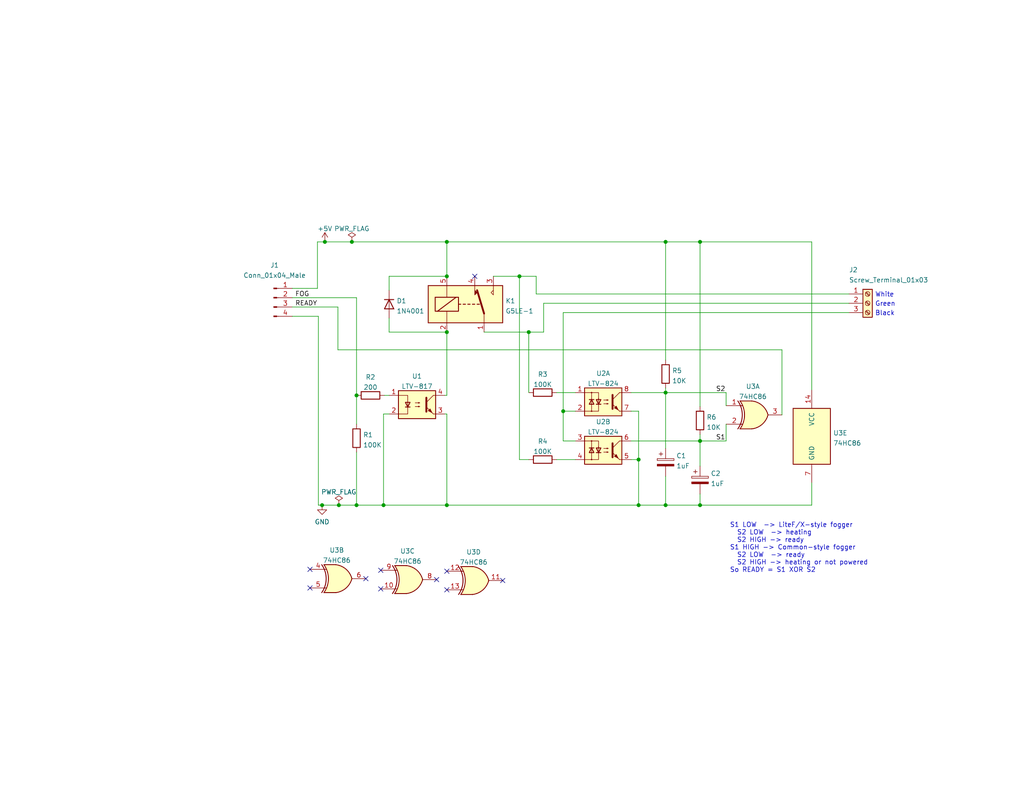
<source format=kicad_sch>
(kicad_sch (version 20211123) (generator eeschema)
  (paper "USLetter")
  (title_block (title "Fog Machine to Microcontroller") (company "Hayward Haunter"))
  (lib_symbols
    (symbol "74xx:74HC86" (pin_names (offset 1.016))
      (property "Reference" "U" (at 0 1.27 0))
      (property "Value" "74HC86" (at 0 -1.27 0))
      (symbol "74HC86_1_0"
        (arc (start -4.4196 -3.81) (mid -3.2033 0) (end -4.4196 3.81) (stroke (width 0.254)))
        (arc (start -3.81 -3.81) (mid -2.589 0) (end -3.81 3.81) (stroke (width 0.254)))
        (arc (start -0.6096 -3.81) (mid 2.1855 -2.584) (end 3.81 0) (stroke (width 0.254)) (fill (type background)))
        (polyline (pts (xy -3.81 -3.81) (xy -0.635 -3.81)) (stroke (width 0.254)) (fill (type background)))
        (polyline (pts (xy -3.81 3.81) (xy -0.635 3.81)) (stroke (width 0.254)) (fill (type background)))
        (polyline (pts (xy -0.635 3.81) (xy -3.81 3.81) (xy -3.81 3.81) (xy -3.556 3.4036) (xy -3.0226 2.2606) (xy -2.6924 1.0414) (xy -2.6162 -0.254) (xy -2.7686 -1.4986) (xy -3.175 -2.7178) (xy -3.81 -3.81) (xy -3.81 -3.81) (xy -0.635 -3.81)) (stroke (width -25.4)) (fill (type background)))
        (arc (start 3.81 0) (mid 2.1928 2.5925) (end -0.6096 3.81) (stroke (width 0.254)) (fill (type background)))
        (pin input line (at -7.62 2.54 0) (length 4.445) (name "~") (number "1"))
        (pin input line (at -7.62 -2.54 0) (length 4.445) (name "~") (number "2"))
        (pin output line (at 7.62 0 180) (length 3.81) (name "~") (number "3"))
      )
      (symbol "74HC86_1_1"
        (polyline (pts (xy -3.81 -2.54) (xy -3.175 -2.54)) (stroke (width 0.1524)))
        (polyline (pts (xy -3.81 2.54) (xy -3.175 2.54)) (stroke (width 0.1524)))
      )
      (symbol "74HC86_2_0"
        (arc (start -4.4196 -3.81) (mid -3.2033 0) (end -4.4196 3.81) (stroke (width 0.254)))
        (arc (start -3.81 -3.81) (mid -2.589 0) (end -3.81 3.81) (stroke (width 0.254)))
        (arc (start -0.6096 -3.81) (mid 2.1855 -2.584) (end 3.81 0) (stroke (width 0.254)) (fill (type background)))
        (polyline (pts (xy -3.81 -3.81) (xy -0.635 -3.81)) (stroke (width 0.254)) (fill (type background)))
        (polyline (pts (xy -3.81 3.81) (xy -0.635 3.81)) (stroke (width 0.254)) (fill (type background)))
        (polyline (pts (xy -0.635 3.81) (xy -3.81 3.81) (xy -3.81 3.81) (xy -3.556 3.4036) (xy -3.0226 2.2606) (xy -2.6924 1.0414) (xy -2.6162 -0.254) (xy -2.7686 -1.4986) (xy -3.175 -2.7178) (xy -3.81 -3.81) (xy -3.81 -3.81) (xy -0.635 -3.81)) (stroke (width -25.4)) (fill (type background)))
        (arc (start 3.81 0) (mid 2.1928 2.5925) (end -0.6096 3.81) (stroke (width 0.254)) (fill (type background)))
        (pin input line (at -7.62 2.54 0) (length 4.445) (name "~") (number "4"))
        (pin input line (at -7.62 -2.54 0) (length 4.445) (name "~") (number "5"))
        (pin output line (at 7.62 0 180) (length 3.81) (name "~") (number "6"))
      )
      (symbol "74HC86_2_1"
        (polyline (pts (xy -3.81 -2.54) (xy -3.175 -2.54)) (stroke (width 0.1524)))
        (polyline (pts (xy -3.81 2.54) (xy -3.175 2.54)) (stroke (width 0.1524)))
      )
      (symbol "74HC86_3_0"
        (arc (start -4.4196 -3.81) (mid -3.2033 0) (end -4.4196 3.81) (stroke (width 0.254)))
        (arc (start -3.81 -3.81) (mid -2.589 0) (end -3.81 3.81) (stroke (width 0.254)))
        (arc (start -0.6096 -3.81) (mid 2.1855 -2.584) (end 3.81 0) (stroke (width 0.254)) (fill (type background)))
        (polyline (pts (xy -3.81 -3.81) (xy -0.635 -3.81)) (stroke (width 0.254)) (fill (type background)))
        (polyline (pts (xy -3.81 3.81) (xy -0.635 3.81)) (stroke (width 0.254)) (fill (type background)))
        (polyline (pts (xy -0.635 3.81) (xy -3.81 3.81) (xy -3.81 3.81) (xy -3.556 3.4036) (xy -3.0226 2.2606) (xy -2.6924 1.0414) (xy -2.6162 -0.254) (xy -2.7686 -1.4986) (xy -3.175 -2.7178) (xy -3.81 -3.81) (xy -3.81 -3.81) (xy -0.635 -3.81)) (stroke (width -25.4)) (fill (type background)))
        (arc (start 3.81 0) (mid 2.1928 2.5925) (end -0.6096 3.81) (stroke (width 0.254)) (fill (type background)))
        (pin input line (at -7.62 -2.54 0) (length 4.445) (name "~") (number "10"))
        (pin output line (at 7.62 0 180) (length 3.81) (name "~") (number "8"))
        (pin input line (at -7.62 2.54 0) (length 4.445) (name "~") (number "9"))
      )
      (symbol "74HC86_3_1"
        (polyline (pts (xy -3.81 -2.54) (xy -3.175 -2.54)) (stroke (width 0.1524)))
        (polyline (pts (xy -3.81 2.54) (xy -3.175 2.54)) (stroke (width 0.1524)))
      )
      (symbol "74HC86_4_0"
        (arc (start -4.4196 -3.81) (mid -3.2033 0) (end -4.4196 3.81) (stroke (width 0.254)))
        (arc (start -3.81 -3.81) (mid -2.589 0) (end -3.81 3.81) (stroke (width 0.254)))
        (arc (start -0.6096 -3.81) (mid 2.1855 -2.584) (end 3.81 0) (stroke (width 0.254)) (fill (type background)))
        (polyline (pts (xy -3.81 -3.81) (xy -0.635 -3.81)) (stroke (width 0.254)) (fill (type background)))
        (polyline (pts (xy -3.81 3.81) (xy -0.635 3.81)) (stroke (width 0.254)) (fill (type background)))
        (polyline (pts (xy -0.635 3.81) (xy -3.81 3.81) (xy -3.81 3.81) (xy -3.556 3.4036) (xy -3.0226 2.2606) (xy -2.6924 1.0414) (xy -2.6162 -0.254) (xy -2.7686 -1.4986) (xy -3.175 -2.7178) (xy -3.81 -3.81) (xy -3.81 -3.81) (xy -0.635 -3.81)) (stroke (width -25.4)) (fill (type background)))
        (arc (start 3.81 0) (mid 2.1928 2.5925) (end -0.6096 3.81) (stroke (width 0.254)) (fill (type background)))
        (pin output line (at 7.62 0 180) (length 3.81) (name "~") (number "11"))
        (pin input line (at -7.62 2.54 0) (length 4.445) (name "~") (number "12"))
        (pin input line (at -7.62 -2.54 0) (length 4.445) (name "~") (number "13"))
      )
      (symbol "74HC86_4_1"
        (polyline (pts (xy -3.81 -2.54) (xy -3.175 -2.54)) (stroke (width 0.1524)))
        (polyline (pts (xy -3.81 2.54) (xy -3.175 2.54)) (stroke (width 0.1524)))
      )
      (symbol "74HC86_5_0"
        (pin power_in line (at 0 12.7 270) (length 5.08) (name "VCC") (number "14"))
        (pin power_in line (at 0 -12.7 90) (length 5.08) (name "GND") (number "7"))
      )
      (symbol "74HC86_5_1"
        (rectangle (start -5.08 7.62) (end 5.08 -7.62) (stroke (width 0.254)) (fill (type background)))
      )
    )
    (symbol "Connector:Conn_01x04_Male" (pin_names (offset 1.016) hide)
      (property "Reference" "J" (at 0 5.08 0))
      (property "Value" "Conn_01x04_Male" (at 0 -7.62 0))
      (symbol "Conn_01x04_Male_1_1"
        (polyline (pts (xy 1.27 -5.08) (xy 0.8636 -5.08)) (stroke (width 0.1524)))
        (polyline (pts (xy 1.27 -2.54) (xy 0.8636 -2.54)) (stroke (width 0.1524)))
        (polyline (pts (xy 1.27 0) (xy 0.8636 0)) (stroke (width 0.1524)))
        (polyline (pts (xy 1.27 2.54) (xy 0.8636 2.54)) (stroke (width 0.1524)))
        (rectangle (start 0.8636 -4.953) (end 0 -5.207) (stroke (width 0.1524)) (fill (type outline)))
        (rectangle (start 0.8636 -2.413) (end 0 -2.667) (stroke (width 0.1524)) (fill (type outline)))
        (rectangle (start 0.8636 0.127) (end 0 -0.127) (stroke (width 0.1524)) (fill (type outline)))
        (rectangle (start 0.8636 2.667) (end 0 2.413) (stroke (width 0.1524)) (fill (type outline)))
        (pin passive line (at 5.08 2.54 180) (length 3.81) (name "Pin_1") (number "1"))
        (pin passive line (at 5.08 0 180) (length 3.81) (name "Pin_2") (number "2"))
        (pin passive line (at 5.08 -2.54 180) (length 3.81) (name "Pin_3") (number "3"))
        (pin passive line (at 5.08 -5.08 180) (length 3.81) (name "Pin_4") (number "4"))
      )
    )
    (symbol "Connector:Screw_Terminal_01x03" (pin_names (offset 1.016) hide)
      (property "Reference" "J" (at 0 5.08 0))
      (property "Value" "Screw_Terminal_01x03" (at 0 -5.08 0))
      (symbol "Screw_Terminal_01x03_1_1"
        (rectangle (start -1.27 3.81) (end 1.27 -3.81) (stroke (width 0.254)) (fill (type background)))
        (circle (center 0 -2.54) (radius 0.635) (stroke (width 0.1524)))
        (polyline (pts (xy -0.5334 -2.2098) (xy 0.3302 -3.048)) (stroke (width 0.1524)))
        (polyline (pts (xy -0.5334 0.3302) (xy 0.3302 -0.508)) (stroke (width 0.1524)))
        (polyline (pts (xy -0.5334 2.8702) (xy 0.3302 2.032)) (stroke (width 0.1524)))
        (polyline (pts (xy -0.3556 -2.032) (xy 0.508 -2.8702)) (stroke (width 0.1524)))
        (polyline (pts (xy -0.3556 0.508) (xy 0.508 -0.3302)) (stroke (width 0.1524)))
        (polyline (pts (xy -0.3556 3.048) (xy 0.508 2.2098)) (stroke (width 0.1524)))
        (circle (center 0 0) (radius 0.635) (stroke (width 0.1524)))
        (circle (center 0 2.54) (radius 0.635) (stroke (width 0.1524)))
        (pin passive line (at -5.08 2.54 0) (length 3.81) (name "Pin_1") (number "1"))
        (pin passive line (at -5.08 0 0) (length 3.81) (name "Pin_2") (number "2"))
        (pin passive line (at -5.08 -2.54 0) (length 3.81) (name "Pin_3") (number "3"))
      )
    )
    (symbol "Device:C_Polarized" (pin_numbers hide) (pin_names (offset 0.254))
      (property "Reference" "C" (at 0.635 2.54 0))
      (property "Value" "C_Polarized" (at 0.635 -2.54 0))
      (symbol "C_Polarized_0_1"
        (rectangle (start -2.286 0.508) (end 2.286 1.016))
        (polyline (pts (xy -1.778 2.286) (xy -0.762 2.286)))
        (polyline (pts (xy -1.27 2.794) (xy -1.27 1.778)))
        (rectangle (start 2.286 -0.508) (end -2.286 -1.016) (fill (type outline)))
      )
      (symbol "C_Polarized_1_1"
        (pin passive line (at 0 3.81 270) (length 2.794) (name "~") (number "1"))
        (pin passive line (at 0 -3.81 90) (length 2.794) (name "~") (number "2"))
      )
    )
    (symbol "Device:D" (pin_numbers hide) (pin_names (offset 1.016) hide)
      (property "Reference" "D" (at 0 2.54 0))
      (property "Value" "D" (at 0 -2.54 0))
      (symbol "D_0_1"
        (polyline (pts (xy -1.27 1.27) (xy -1.27 -1.27)) (stroke (width 0.254)))
        (polyline (pts (xy 1.27 0) (xy -1.27 0)))
        (polyline (pts (xy 1.27 1.27) (xy 1.27 -1.27) (xy -1.27 0) (xy 1.27 1.27)) (stroke (width 0.254)))
      )
      (symbol "D_1_1"
        (pin passive line (at -3.81 0 0) (length 2.54) (name "K") (number "1"))
        (pin passive line (at 3.81 0 180) (length 2.54) (name "A") (number "2"))
      )
    )
    (symbol "Device:R" (pin_numbers hide) (pin_names (offset 0))
      (property "Reference" "R" (at 2.032 0 90))
      (property "Value" "R" (at 0 0 90))
      (symbol "R_0_1"
        (rectangle (start -1.016 -2.54) (end 1.016 2.54) (stroke (width 0.254)))
      )
      (symbol "R_1_1"
        (pin passive line (at 0 3.81 270) (length 1.27) (name "~") (number "1"))
        (pin passive line (at 0 -3.81 90) (length 1.27) (name "~") (number "2"))
      )
    )
    (symbol "Isolator:LTV-817" (pin_names (offset 1.016))
      (property "Reference" "U" (at -5.08 5.08 0))
      (property "Value" "LTV-817" (at 0 5.08 0))
      (symbol "LTV-817_0_1"
        (rectangle (start -5.08 3.81) (end 5.08 -3.81) (stroke (width 0.254)) (fill (type background)))
        (polyline (pts (xy -3.175 -0.635) (xy -1.905 -0.635)) (stroke (width 0.254)))
        (polyline (pts (xy 2.54 0.635) (xy 4.445 2.54)))
        (polyline (pts (xy 4.445 -2.54) (xy 2.54 -0.635)) (fill (type outline)))
        (polyline (pts (xy 4.445 -2.54) (xy 5.08 -2.54)))
        (polyline (pts (xy 4.445 2.54) (xy 5.08 2.54)))
        (polyline (pts (xy -5.08 2.54) (xy -2.54 2.54) (xy -2.54 -0.762)))
        (polyline (pts (xy -2.54 -0.635) (xy -2.54 -2.54) (xy -5.08 -2.54)))
        (polyline (pts (xy 2.54 1.905) (xy 2.54 -1.905) (xy 2.54 -1.905)) (stroke (width 0.508)))
        (polyline (pts (xy -2.54 -0.635) (xy -3.175 0.635) (xy -1.905 0.635) (xy -2.54 -0.635)) (stroke (width 0.254)))
        (polyline (pts (xy -0.508 -0.508) (xy 0.762 -0.508) (xy 0.381 -0.635) (xy 0.381 -0.381) (xy 0.762 -0.508)))
        (polyline (pts (xy -0.508 0.508) (xy 0.762 0.508) (xy 0.381 0.381) (xy 0.381 0.635) (xy 0.762 0.508)))
        (polyline (pts (xy 3.048 -1.651) (xy 3.556 -1.143) (xy 4.064 -2.159) (xy 3.048 -1.651) (xy 3.048 -1.651)) (fill (type outline)))
      )
      (symbol "LTV-817_1_1"
        (pin passive line (at -7.62 2.54 0) (length 2.54) (name "~") (number "1"))
        (pin passive line (at -7.62 -2.54 0) (length 2.54) (name "~") (number "2"))
        (pin passive line (at 7.62 -2.54 180) (length 2.54) (name "~") (number "3"))
        (pin passive line (at 7.62 2.54 180) (length 2.54) (name "~") (number "4"))
      )
    )
    (symbol "Isolator:LTV-824" (pin_names (offset 1.016))
      (property "Reference" "U" (at -5.08 5.08 0))
      (property "Value" "LTV-824" (at 0 5.08 0))
      (symbol "LTV-824_0_1"
        (rectangle (start -5.08 3.81) (end 5.08 -3.81) (stroke (width 0.254)) (fill (type background)))
        (circle (center -3.175 -2.54) (radius 0.127))
        (circle (center -3.175 2.54) (radius 0.127))
        (polyline (pts (xy -3.81 0.635) (xy -2.54 0.635)) (stroke (width 0.254)))
        (polyline (pts (xy -3.175 0.635) (xy -3.175 -2.54)))
        (polyline (pts (xy -3.175 0.635) (xy -3.175 2.54)))
        (polyline (pts (xy -1.905 -0.635) (xy -0.635 -0.635)) (stroke (width 0.254)))
        (polyline (pts (xy 2.54 0.635) (xy 4.445 2.54)))
        (polyline (pts (xy 4.445 -2.54) (xy 2.54 -0.635)) (fill (type outline)))
        (polyline (pts (xy 4.445 -2.54) (xy 5.08 -2.54)))
        (polyline (pts (xy 4.445 2.54) (xy 5.08 2.54)))
        (polyline (pts (xy -5.08 2.54) (xy -1.27 2.54) (xy -1.27 0.635)))
        (polyline (pts (xy -1.27 1.016) (xy -1.27 -2.54) (xy -5.08 -2.54)))
        (polyline (pts (xy 2.54 1.905) (xy 2.54 -1.905) (xy 2.54 -1.905)) (stroke (width 0.508)))
        (polyline (pts (xy -3.175 0.635) (xy -3.81 -0.635) (xy -2.54 -0.635) (xy -3.175 0.635)) (stroke (width 0.254)))
        (polyline (pts (xy -1.27 -0.635) (xy -1.905 0.635) (xy -0.635 0.635) (xy -1.27 -0.635)) (stroke (width 0.254)))
        (polyline (pts (xy 0.127 -0.508) (xy 1.397 -0.508) (xy 1.016 -0.635) (xy 1.016 -0.381) (xy 1.397 -0.508)))
        (polyline (pts (xy 0.127 0.508) (xy 1.397 0.508) (xy 1.016 0.381) (xy 1.016 0.635) (xy 1.397 0.508)))
        (polyline (pts (xy 3.048 -1.651) (xy 3.556 -1.143) (xy 4.064 -2.159) (xy 3.048 -1.651) (xy 3.048 -1.651)) (fill (type outline)))
      )
      (symbol "LTV-824_1_1"
        (pin passive line (at -7.62 2.54 0) (length 2.54) (name "~") (number "1"))
        (pin passive line (at -7.62 -2.54 0) (length 2.54) (name "~") (number "2"))
        (pin passive line (at 7.62 -2.54 180) (length 2.54) (name "~") (number "7"))
        (pin passive line (at 7.62 2.54 180) (length 2.54) (name "~") (number "8"))
      )
      (symbol "LTV-824_2_1"
        (pin passive line (at -7.62 2.54 0) (length 2.54) (name "~") (number "3"))
        (pin passive line (at -7.62 -2.54 0) (length 2.54) (name "~") (number "4"))
        (pin passive line (at 7.62 -2.54 180) (length 2.54) (name "~") (number "5"))
        (pin passive line (at 7.62 2.54 180) (length 2.54) (name "~") (number "6"))
      )
    )
    (symbol "Relay:G5LE-1"
      (property "Reference" "K" (at 11.43 3.81 0))
      (property "Value" "G5LE-1" (at 11.43 1.27 0))
      (symbol "G5LE-1_0_0"
        (polyline (pts (xy 7.62 5.08) (xy 7.62 2.54) (xy 6.985 3.175) (xy 7.62 3.81)))
      )
      (symbol "G5LE-1_0_1"
        (rectangle (start -10.16 5.08) (end 10.16 -5.08) (stroke (width 0.254)) (fill (type background)))
        (rectangle (start -8.255 1.905) (end -1.905 -1.905) (stroke (width 0.254)))
        (polyline (pts (xy -7.62 -1.905) (xy -2.54 1.905)) (stroke (width 0.254)))
        (polyline (pts (xy -5.08 -5.08) (xy -5.08 -1.905)))
        (polyline (pts (xy -5.08 5.08) (xy -5.08 1.905)))
        (polyline (pts (xy -1.905 0) (xy -1.27 0)) (stroke (width 0.254)))
        (polyline (pts (xy -0.635 0) (xy 0 0)) (stroke (width 0.254)))
        (polyline (pts (xy 0.635 0) (xy 1.27 0)) (stroke (width 0.254)))
        (polyline (pts (xy 1.905 0) (xy 2.54 0)) (stroke (width 0.254)))
        (polyline (pts (xy 3.175 0) (xy 3.81 0)) (stroke (width 0.254)))
        (polyline (pts (xy 5.08 -2.54) (xy 3.175 3.81)) (stroke (width 0.508)))
        (polyline (pts (xy 5.08 -2.54) (xy 5.08 -5.08)))
        (polyline (pts (xy 2.54 5.08) (xy 2.54 2.54) (xy 3.175 3.175) (xy 2.54 3.81)) (fill (type outline)))
      )
      (symbol "G5LE-1_1_1"
        (pin passive line (at 5.08 -7.62 90) (length 2.54) (name "~") (number "1"))
        (pin passive line (at -5.08 -7.62 90) (length 2.54) (name "~") (number "2"))
        (pin passive line (at 7.62 7.62 270) (length 2.54) (name "~") (number "3"))
        (pin passive line (at 2.54 7.62 270) (length 2.54) (name "~") (number "4"))
        (pin passive line (at -5.08 7.62 270) (length 2.54) (name "~") (number "5"))
      )
    )
    (symbol "power:+5V" (power) (pin_names (offset 0))
      (property "Value" "+5V" (at 0 3.556 0))
      (symbol "+5V_0_1"
        (polyline (pts (xy -0.762 1.27) (xy 0 2.54)))
        (polyline (pts (xy 0 0) (xy 0 2.54)))
        (polyline (pts (xy 0 2.54) (xy 0.762 1.27)))
      )
      (symbol "+5V_1_1"
        (pin power_in line (at 0 0 90) (length 0) hide (name "+5V") (number "1"))
      )
    )
    (symbol "power:GND" (power) (pin_names (offset 0))
      (property "Value" "GND" (at 0 -3.81 0))
      (symbol "GND_0_1"
        (polyline (pts (xy 0 0) (xy 0 -1.27) (xy 1.27 -1.27) (xy 0 -2.54) (xy -1.27 -1.27) (xy 0 -1.27)))
      )
      (symbol "GND_1_1"
        (pin power_in line (at 0 0 270) (length 0) hide (name "GND") (number "1"))
      )
    )
    (symbol "power:PWR_FLAG" (power) (pin_numbers hide) (pin_names (offset 0) hide)
      (property "Value" "PWR_FLAG" (at 0 3.81 0))
      (symbol "PWR_FLAG_0_0"
        (pin power_out line (at 0 0 90) (length 0) (name "pwr") (number "1"))
      )
      (symbol "PWR_FLAG_0_1"
        (polyline (pts (xy 0 0) (xy 0 1.27) (xy -1.016 1.905) (xy 0 2.54) (xy 1.016 1.905) (xy 0 1.27)))
      )
    )
  )
  (junction (at 97.282 107.95))
  (junction (at 191.008 120.396))
  (junction (at 191.008 137.922))
  (junction (at 96.012 66.04))
  (junction (at 174.244 125.476))
  (junction (at 181.61 107.188))
  (junction (at 121.92 90.678))
  (junction (at 88.646 66.04))
  (junction (at 174.244 137.922))
  (junction (at 181.61 137.922))
  (junction (at 97.282 137.922))
  (junction (at 121.92 75.438))
  (junction (at 104.648 137.922))
  (junction (at 141.732 75.438))
  (junction (at 121.92 137.922))
  (junction (at 191.008 66.04))
  (junction (at 153.67 112.268))
  (junction (at 181.61 66.04))
  (junction (at 144.272 90.678))
  (junction (at 121.92 66.04))
  (junction (at 87.884 137.922))
  (junction (at 92.456 137.922))
  (no_connect (at 84.582 160.528))
  (no_connect (at 84.582 155.448))
  (no_connect (at 137.16 158.496))
  (no_connect (at 121.92 161.036))
  (no_connect (at 103.886 155.702))
  (no_connect (at 103.886 160.782))
  (no_connect (at 119.126 158.242))
  (no_connect (at 121.92 155.956))
  (no_connect (at 99.822 157.988))
  (no_connect (at 129.54 75.438))
  (wire (pts (xy 106.172 113.03) (xy 104.648 113.03)))
  (wire (pts (xy 191.008 110.998) (xy 191.008 66.04)))
  (wire (pts (xy 92.456 137.922) (xy 97.282 137.922)))
  (wire (pts (xy 92.202 83.82) (xy 79.756 83.82)))
  (wire (pts (xy 181.61 66.04) (xy 181.61 98.298)))
  (wire (pts (xy 121.92 90.678) (xy 121.92 107.95)))
  (wire (pts (xy 148.336 90.678) (xy 144.272 90.678)))
  (wire (pts (xy 153.67 85.344) (xy 153.67 112.268)))
  (wire (pts (xy 221.488 106.426) (xy 221.488 66.04)))
  (wire (pts (xy 191.008 118.618) (xy 191.008 120.396)))
  (wire (pts (xy 121.92 66.04) (xy 121.92 75.438)))
  (wire (pts (xy 87.884 137.922) (xy 92.456 137.922)))
  (wire (pts (xy 172.212 125.476) (xy 174.244 125.476)))
  (wire (pts (xy 181.61 107.188) (xy 181.61 122.428)))
  (wire (pts (xy 146.304 80.264) (xy 231.648 80.264)))
  (wire (pts (xy 191.008 134.874) (xy 191.008 137.922)))
  (wire (pts (xy 191.008 120.396) (xy 191.008 127.254)))
  (wire (pts (xy 79.756 86.36) (xy 86.868 86.36)))
  (wire (pts (xy 221.488 66.04) (xy 191.008 66.04)))
  (wire (pts (xy 121.92 137.922) (xy 174.244 137.922)))
  (wire (pts (xy 148.336 82.804) (xy 148.336 90.678)))
  (wire (pts (xy 92.202 83.82) (xy 92.202 95.504)))
  (wire (pts (xy 191.008 137.922) (xy 181.61 137.922)))
  (wire (pts (xy 191.008 120.396) (xy 198.12 120.396)))
  (wire (pts (xy 144.272 90.678) (xy 132.08 90.678)))
  (wire (pts (xy 181.61 130.048) (xy 181.61 137.922)))
  (wire (pts (xy 104.902 107.95) (xy 106.172 107.95)))
  (wire (pts (xy 121.92 107.95) (xy 121.412 107.95)))
  (wire (pts (xy 141.732 125.476) (xy 141.732 75.438)))
  (wire (pts (xy 153.67 112.268) (xy 156.972 112.268)))
  (wire (pts (xy 86.868 137.922) (xy 87.884 137.922)))
  (wire (pts (xy 97.282 137.922) (xy 104.648 137.922)))
  (wire (pts (xy 79.756 81.28) (xy 97.282 81.28)))
  (wire (pts (xy 174.244 112.268) (xy 174.244 125.476)))
  (wire (pts (xy 121.412 113.03) (xy 121.92 113.03)))
  (wire (pts (xy 174.244 125.476) (xy 174.244 137.922)))
  (wire (pts (xy 213.36 95.504) (xy 213.36 113.284)))
  (wire (pts (xy 231.648 82.804) (xy 148.336 82.804)))
  (wire (pts (xy 134.62 75.438) (xy 141.732 75.438)))
  (wire (pts (xy 86.614 78.74) (xy 86.614 66.04)))
  (wire (pts (xy 172.212 107.188) (xy 181.61 107.188)))
  (wire (pts (xy 146.304 75.438) (xy 146.304 80.264)))
  (wire (pts (xy 121.92 113.03) (xy 121.92 137.922)))
  (wire (pts (xy 144.272 125.476) (xy 141.732 125.476)))
  (wire (pts (xy 141.732 75.438) (xy 146.304 75.438)))
  (wire (pts (xy 88.646 66.04) (xy 96.012 66.04)))
  (wire (pts (xy 97.282 123.444) (xy 97.282 137.922)))
  (wire (pts (xy 86.614 66.04) (xy 88.646 66.04)))
  (wire (pts (xy 156.972 120.396) (xy 153.67 120.396)))
  (wire (pts (xy 198.12 107.188) (xy 198.12 110.744)))
  (wire (pts (xy 221.488 131.826) (xy 221.488 137.922)))
  (wire (pts (xy 104.648 137.922) (xy 121.92 137.922)))
  (wire (pts (xy 172.212 112.268) (xy 174.244 112.268)))
  (wire (pts (xy 221.488 137.922) (xy 191.008 137.922)))
  (wire (pts (xy 172.212 120.396) (xy 191.008 120.396)))
  (wire (pts (xy 198.12 115.824) (xy 198.12 120.396)))
  (wire (pts (xy 144.272 90.678) (xy 144.272 107.188)))
  (wire (pts (xy 104.648 113.03) (xy 104.648 137.922)))
  (wire (pts (xy 106.172 90.678) (xy 106.172 86.868)))
  (wire (pts (xy 181.61 107.188) (xy 198.12 107.188)))
  (wire (pts (xy 231.648 85.344) (xy 153.67 85.344)))
  (wire (pts (xy 96.012 66.04) (xy 121.92 66.04)))
  (wire (pts (xy 121.92 90.678) (xy 106.172 90.678)))
  (wire (pts (xy 153.67 120.396) (xy 153.67 112.268)))
  (wire (pts (xy 181.61 66.04) (xy 191.008 66.04)))
  (wire (pts (xy 97.282 81.28) (xy 97.282 107.95)))
  (wire (pts (xy 106.172 79.248) (xy 106.172 75.438)))
  (wire (pts (xy 181.61 137.922) (xy 174.244 137.922)))
  (wire (pts (xy 151.892 125.476) (xy 156.972 125.476)))
  (wire (pts (xy 92.202 95.504) (xy 213.36 95.504)))
  (wire (pts (xy 97.282 107.95) (xy 97.282 115.824)))
  (wire (pts (xy 121.92 66.04) (xy 181.61 66.04)))
  (wire (pts (xy 79.756 78.74) (xy 86.614 78.74)))
  (wire (pts (xy 106.172 75.438) (xy 121.92 75.438)))
  (wire (pts (xy 151.892 107.188) (xy 156.972 107.188)))
  (wire (pts (xy 86.868 86.36) (xy 86.868 137.922)))
  (wire (pts (xy 181.61 107.188) (xy 181.61 105.918)))
  (text "Green" (at 238.76 83.82 0) (effects (font (size 1.27 1.27)) (justify left bottom)))
  (text "White" (at 238.76 81.28 0) (effects (font (size 1.27 1.27)) (justify left bottom)))
  (text "Black" (at 238.76 86.36 0) (effects (font (size 1.27 1.27)) (justify left bottom)))
  (text "S1 LOW  -> LiteF/X-style fogger\n  S2 LOW  -> heating\n  S2 HIGH -> ready\nS1 HIGH -> Common-style fogger\n  S2 LOW  -> ready\n  S2 HIGH -> heating or not powered\nSo READY = S1 XOR S2\n" (at 199.136 156.464 0) (effects (font (size 1.27 1.27)) (justify left bottom)))
  (label "S1" (at 195.326 120.396 0))
  (label "FOG" (at 80.518 81.28 0))
  (label "READY" (at 80.518 83.82 0))
  (label "S2" (at 195.326 107.188 0))
  (symbol (lib_id "power:GND") (at 87.884 137.922 0) (unit 1)
    (property "Reference" "#PWR01" (effects hide))
    (property "Value" "GND" (at 87.884 142.4845 0))
  )
  (symbol (lib_id "power:PWR_FLAG") (at 96.012 66.04 0) (unit 1)
    (property "Reference" "#FLG02" (effects hide))
    (property "Value" "PWR_FLAG" (at 96.012 62.4355 0))
  )
  (symbol (lib_id "74xx:74HC86") (at 221.488 119.126 0) (unit 5)
    (property "Reference" "U3" (at 227.33 118.2175 0) (effects (justify left)))
    (property "Value" "74HC86" (at 227.33 120.9926 0) (effects (justify left)))
    (property "Datasheet" "http://www.ti.com/lit/gpn/sn74HC86" (effects hide))
  )
  (symbol (lib_id "Relay:G5LE-1") (at 127 83.058 0) (unit 1)
    (property "Reference" "K1" (at 137.922 82.1495 0) (effects (justify left)))
    (property "Value" "G5LE-1" (at 137.922 84.9246 0) (effects (justify left)))
    (property "Footprint" "Relay_THT:Relay_SPDT_Omron-G5LE-1" (effects hide))
    (property "Datasheet" "http://www.omron.com/ecb/products/pdf/en-g5le.pdf" (effects hide))
  )
  (symbol (lib_id "Device:R") (at 148.082 125.476 90) (unit 1)
    (property "Reference" "R4" (at 148.082 120.4935 90))
    (property "Value" "100K" (at 148.082 123.2686 90))
    (property "Footprint" "Resistor_THT:R_Axial_DIN0207_L6.3mm_D2.5mm_P10.16mm_Horizontal" (effects hide))
  )
  (symbol (lib_id "74xx:74HC86") (at 92.202 157.988 0) (unit 2)
    (property "Reference" "U3" (at 91.8972 150.2115 0))
    (property "Value" "74HC86" (at 91.8972 152.9866 0))
    (property "Datasheet" "http://www.ti.com/lit/gpn/sn74HC86" (effects hide))
  )
  (symbol (lib_id "Connector:Screw_Terminal_01x03") (at 236.728 82.804 0) (unit 1)
    (property "Reference" "J2" (at 231.648 73.6789 0) (effects (justify left)))
    (property "Value" "Screw_Terminal_01x03" (at 231.648 76.454 0) (effects (justify left)))
    (property "Footprint" "Connector_Phoenix_MSTB:PhoenixContact_MSTBA_2,5_3-G-5,08_1x03_P5.08mm_Horizontal" (effects hide))
  )
  (symbol (lib_id "Device:R") (at 101.092 107.95 90) (unit 1)
    (property "Reference" "R2" (at 101.092 102.9675 90))
    (property "Value" "200" (at 101.092 105.7426 90))
    (property "Footprint" "Resistor_THT:R_Axial_DIN0207_L6.3mm_D2.5mm_P10.16mm_Horizontal" (effects hide))
  )
  (symbol (lib_id "Device:R") (at 191.008 114.808 0) (unit 1)
    (property "Reference" "R6" (at 192.786 113.8995 0) (effects (justify left)))
    (property "Value" "10K" (at 192.786 116.6746 0) (effects (justify left)))
    (property "Footprint" "Resistor_THT:R_Axial_DIN0207_L6.3mm_D2.5mm_P10.16mm_Horizontal" (effects hide))
  )
  (symbol (lib_id "Isolator:LTV-824") (at 164.592 109.728 0) (unit 1)
    (property "Reference" "U2" (at 164.592 101.9515 0))
    (property "Value" "LTV-824" (at 164.592 104.7266 0))
    (property "Footprint" "Package_DIP:DIP-8_W7.62mm" (effects hide))
    (property "Datasheet" "http://optoelectronics.liteon.com/upload/download/DS-70-96-0013/S_110_LTV-814%20824%20844%20(M,%20S,%20S-TA,%20S-TA1,%20S-TP)%20Series.pdf" (effects hide))
  )
  (symbol (lib_id "Isolator:LTV-817") (at 113.792 110.49 0) (unit 1)
    (property "Reference" "U1" (at 113.792 102.7135 0))
    (property "Value" "LTV-817" (at 113.792 105.4886 0))
    (property "Footprint" "Package_DIP:DIP-4_W7.62mm" (effects hide))
    (property "Datasheet" "http://www.us.liteon.com/downloads/LTV-817-827-847.PDF" (effects hide))
  )
  (symbol (lib_id "Device:C_Polarized") (at 181.61 126.238 0) (unit 1)
    (property "Reference" "C1" (at 184.531 124.4405 0) (effects (justify left)))
    (property "Value" "1uF" (at 184.531 127.2156 0) (effects (justify left)))
    (property "Footprint" "Capacitor_THT:CP_Radial_D5.0mm_P2.00mm" (effects hide))
  )
  (symbol (lib_id "power:+5V") (at 88.646 66.04 0) (unit 1)
    (property "Reference" "#PWR02" (effects hide))
    (property "Value" "+5V" (at 88.646 62.4355 0))
  )
  (symbol (lib_id "Device:D") (at 106.172 83.058 270) (unit 1)
    (property "Reference" "D1" (at 108.204 82.1495 90) (effects (justify left)))
    (property "Value" "1N4001" (at 108.204 84.9246 90) (effects (justify left)))
    (property "Footprint" "Diode_THT:D_DO-41_SOD81_P7.62mm_Horizontal" (effects hide))
  )
  (symbol (lib_id "Device:R") (at 97.282 119.634 0) (unit 1)
    (property "Reference" "R1" (at 99.06 118.7255 0) (effects (justify left)))
    (property "Value" "100K" (at 99.06 121.5006 0) (effects (justify left)))
    (property "Footprint" "Resistor_THT:R_Axial_DIN0207_L6.3mm_D2.5mm_P10.16mm_Horizontal" (effects hide))
  )
  (symbol (lib_id "Device:R") (at 148.082 107.188 90) (unit 1)
    (property "Reference" "R3" (at 148.082 102.2055 90))
    (property "Value" "100K" (at 148.082 104.9806 90))
    (property "Footprint" "Resistor_THT:R_Axial_DIN0207_L6.3mm_D2.5mm_P10.16mm_Horizontal" (effects hide))
  )
  (symbol (lib_id "74xx:74HC86") (at 111.506 158.242 0) (unit 3)
    (property "Reference" "U3" (at 111.2012 150.4655 0))
    (property "Value" "74HC86" (at 111.2012 153.2406 0))
    (property "Datasheet" "http://www.ti.com/lit/gpn/sn74HC86" (effects hide))
  )
  (symbol (lib_id "74xx:74HC86") (at 129.54 158.496 0) (unit 4)
    (property "Reference" "U3" (at 129.2352 150.7195 0))
    (property "Value" "74HC86" (at 129.2352 153.4946 0))
    (property "Datasheet" "http://www.ti.com/lit/gpn/sn74HC86" (effects hide))
  )
  (symbol (lib_id "power:PWR_FLAG") (at 92.456 137.922 0) (unit 1)
    (property "Reference" "#FLG01" (effects hide))
    (property "Value" "PWR_FLAG" (at 92.456 134.3175 0))
  )
  (symbol (lib_id "Connector:Conn_01x04_Male") (at 74.676 81.28 0) (unit 1)
    (property "Reference" "J1" (at 74.93 72.4089 0))
    (property "Value" "Conn_01x04_Male" (at 74.93 75.184 0))
    (property "Footprint" "Connector_PinHeader_2.54mm:PinHeader_1x04_P2.54mm_Vertical" (effects hide))
  )
  (symbol (lib_id "Isolator:LTV-824") (at 164.592 122.936 0) (unit 2)
    (property "Reference" "U2" (at 164.592 115.1595 0))
    (property "Value" "LTV-824" (at 164.592 117.9346 0))
    (property "Footprint" "Package_DIP:DIP-8_W7.62mm" (effects hide))
    (property "Datasheet" "http://optoelectronics.liteon.com/upload/download/DS-70-96-0013/S_110_LTV-814%20824%20844%20(M,%20S,%20S-TA,%20S-TA1,%20S-TP)%20Series.pdf" (effects hide))
  )
  (symbol (lib_id "74xx:74HC86") (at 205.74 113.284 0) (unit 1)
    (property "Reference" "U3" (at 205.4352 105.5075 0))
    (property "Value" "74HC86" (at 205.4352 108.2826 0))
    (property "Datasheet" "http://www.ti.com/lit/gpn/sn74HC86" (effects hide))
  )
  (symbol (lib_id "Device:C_Polarized") (at 191.008 131.064 0) (unit 1)
    (property "Reference" "C2" (at 193.929 129.2665 0) (effects (justify left)))
    (property "Value" "1uF" (at 193.929 132.0416 0) (effects (justify left)))
    (property "Footprint" "Capacitor_THT:CP_Radial_D5.0mm_P2.00mm" (effects hide))
  )
  (symbol (lib_id "Device:R") (at 181.61 102.108 0) (unit 1)
    (property "Reference" "R5" (at 183.388 101.1995 0) (effects (justify left)))
    (property "Value" "10K" (at 183.388 103.9746 0) (effects (justify left)))
    (property "Footprint" "Resistor_THT:R_Axial_DIN0207_L6.3mm_D2.5mm_P10.16mm_Horizontal" (effects hide))
  )
)
</source>
